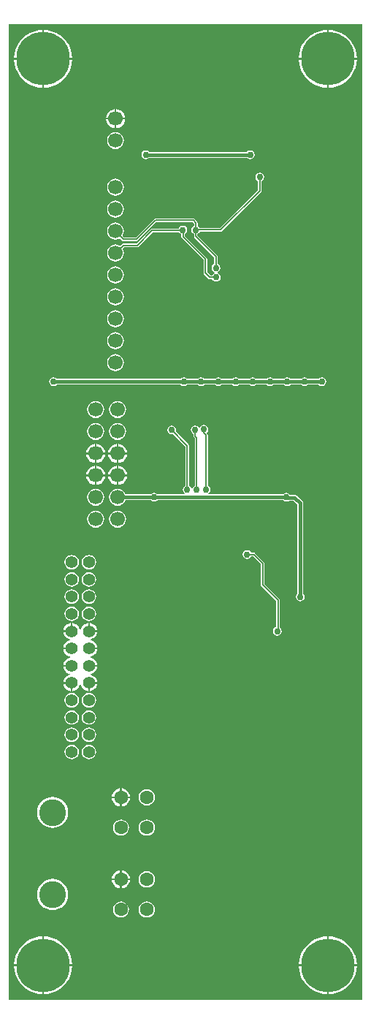
<source format=gbl>
G04*
G04 #@! TF.GenerationSoftware,Altium Limited,Altium Designer,20.2.6 (244)*
G04*
G04 Layer_Physical_Order=2*
G04 Layer_Color=16711680*
%FSLAX25Y25*%
%MOIN*%
G70*
G04*
G04 #@! TF.SameCoordinates,5CDB893B-C90A-4E4D-8252-5211010A0FC4*
G04*
G04*
G04 #@! TF.FilePolarity,Positive*
G04*
G01*
G75*
%ADD48C,0.01600*%
%ADD49C,0.00600*%
%ADD52C,0.06693*%
%ADD53C,0.06299*%
%ADD54C,0.12205*%
%ADD55C,0.05512*%
%ADD56C,0.24410*%
%ADD57C,0.02953*%
G36*
X163315Y2039D02*
X2039D01*
Y446780D01*
X163315D01*
X163315Y2039D01*
D02*
G37*
%LPC*%
G36*
X148038Y444316D02*
Y431502D01*
X160852D01*
X160720Y433174D01*
X160235Y435195D01*
X159440Y437116D01*
X158354Y438888D01*
X157004Y440468D01*
X155423Y441818D01*
X153651Y442904D01*
X151731Y443700D01*
X149710Y444185D01*
X148038Y444316D01*
D02*
G37*
G36*
X147238D02*
X145566Y444185D01*
X143545Y443700D01*
X141624Y442904D01*
X139852Y441818D01*
X138272Y440468D01*
X136922Y438888D01*
X135836Y437116D01*
X135040Y435195D01*
X134555Y433174D01*
X134424Y431502D01*
X147238D01*
Y444316D01*
D02*
G37*
G36*
X18116D02*
Y431502D01*
X30931D01*
X30799Y433174D01*
X30314Y435195D01*
X29518Y437116D01*
X28432Y438888D01*
X27083Y440468D01*
X25502Y441818D01*
X23730Y442904D01*
X21810Y443700D01*
X19789Y444185D01*
X18116Y444316D01*
D02*
G37*
G36*
X17316D02*
X15644Y444185D01*
X13623Y443700D01*
X11703Y442904D01*
X9931Y441818D01*
X8350Y440468D01*
X7001Y438888D01*
X5915Y437116D01*
X5119Y435195D01*
X4634Y433174D01*
X4502Y431502D01*
X17316D01*
Y444316D01*
D02*
G37*
G36*
X160852Y430702D02*
X148038D01*
Y417888D01*
X149710Y418020D01*
X151731Y418505D01*
X153651Y419301D01*
X155423Y420387D01*
X157004Y421736D01*
X158354Y423317D01*
X159440Y425089D01*
X160235Y427009D01*
X160720Y429030D01*
X160852Y430702D01*
D02*
G37*
G36*
X147238D02*
X134424D01*
X134555Y429030D01*
X135040Y427009D01*
X135836Y425089D01*
X136922Y423317D01*
X138272Y421736D01*
X139852Y420387D01*
X141624Y419301D01*
X143545Y418505D01*
X145566Y418020D01*
X147238Y417888D01*
Y430702D01*
D02*
G37*
G36*
X30931D02*
X18116D01*
Y417888D01*
X19789Y418020D01*
X21810Y418505D01*
X23730Y419301D01*
X25502Y420387D01*
X27083Y421736D01*
X28432Y423317D01*
X29518Y425089D01*
X30314Y427009D01*
X30799Y429030D01*
X30931Y430702D01*
D02*
G37*
G36*
X17316D02*
X4502D01*
X4634Y429030D01*
X5119Y427009D01*
X5915Y425089D01*
X7001Y423317D01*
X8350Y421736D01*
X9931Y420387D01*
X11703Y419301D01*
X13623Y418505D01*
X15644Y418020D01*
X17316Y417888D01*
Y430702D01*
D02*
G37*
G36*
X51148Y408150D02*
Y404219D01*
X55079D01*
X54983Y404953D01*
X54545Y406011D01*
X53848Y406919D01*
X52940Y407616D01*
X51883Y408053D01*
X51148Y408150D01*
D02*
G37*
G36*
X50348D02*
X49613Y408053D01*
X48556Y407616D01*
X47648Y406919D01*
X46951Y406011D01*
X46514Y404953D01*
X46417Y404219D01*
X50348D01*
Y408150D01*
D02*
G37*
G36*
X55079Y403419D02*
X51148D01*
Y399488D01*
X51883Y399584D01*
X52940Y400022D01*
X53848Y400719D01*
X54545Y401627D01*
X54983Y402684D01*
X55079Y403419D01*
D02*
G37*
G36*
X50348D02*
X46417D01*
X46514Y402684D01*
X46951Y401627D01*
X47648Y400719D01*
X48556Y400022D01*
X49613Y399584D01*
X50348Y399488D01*
Y403419D01*
D02*
G37*
G36*
X50748Y397698D02*
X49744Y397566D01*
X48808Y397179D01*
X48005Y396562D01*
X47388Y395759D01*
X47001Y394823D01*
X46868Y393819D01*
X47001Y392815D01*
X47388Y391879D01*
X48005Y391076D01*
X48808Y390459D01*
X49744Y390072D01*
X50748Y389939D01*
X51752Y390072D01*
X52688Y390459D01*
X53491Y391076D01*
X54108Y391879D01*
X54496Y392815D01*
X54628Y393819D01*
X54496Y394823D01*
X54108Y395759D01*
X53491Y396562D01*
X52688Y397179D01*
X51752Y397566D01*
X50748Y397698D01*
D02*
G37*
G36*
X64567Y389417D02*
X63796Y389263D01*
X63142Y388826D01*
X62705Y388173D01*
X62552Y387402D01*
X62705Y386631D01*
X63142Y385977D01*
X63796Y385540D01*
X64567Y385386D01*
X65338Y385540D01*
X65992Y385977D01*
X66058Y386076D01*
X110713D01*
X110780Y385977D01*
X111434Y385540D01*
X112205Y385386D01*
X112976Y385540D01*
X113630Y385977D01*
X114066Y386630D01*
X114220Y387402D01*
X114066Y388173D01*
X113630Y388826D01*
X112976Y389263D01*
X112205Y389417D01*
X111434Y389263D01*
X110780Y388826D01*
X110713Y388727D01*
X66058D01*
X65992Y388826D01*
X65338Y389263D01*
X64567Y389417D01*
D02*
G37*
G36*
X50748Y376439D02*
X49744Y376307D01*
X48808Y375919D01*
X48005Y375302D01*
X47388Y374499D01*
X47001Y373563D01*
X46868Y372559D01*
X47001Y371555D01*
X47388Y370619D01*
X48005Y369816D01*
X48808Y369199D01*
X49744Y368812D01*
X50748Y368679D01*
X51752Y368812D01*
X52688Y369199D01*
X53491Y369816D01*
X54108Y370619D01*
X54496Y371555D01*
X54628Y372559D01*
X54496Y373563D01*
X54108Y374499D01*
X53491Y375302D01*
X52688Y375919D01*
X51752Y376307D01*
X50748Y376439D01*
D02*
G37*
G36*
Y366439D02*
X49744Y366306D01*
X48808Y365919D01*
X48005Y365302D01*
X47388Y364499D01*
X47001Y363563D01*
X46868Y362559D01*
X47001Y361555D01*
X47388Y360619D01*
X48005Y359816D01*
X48808Y359199D01*
X49744Y358812D01*
X50748Y358679D01*
X51752Y358812D01*
X52688Y359199D01*
X53491Y359816D01*
X54108Y360619D01*
X54496Y361555D01*
X54628Y362559D01*
X54496Y363563D01*
X54108Y364499D01*
X53491Y365302D01*
X52688Y365919D01*
X51752Y366306D01*
X50748Y366439D01*
D02*
G37*
G36*
X116535Y379181D02*
X115764Y379027D01*
X115111Y378590D01*
X114674Y377937D01*
X114520Y377165D01*
X114674Y376394D01*
X115111Y375741D01*
X115720Y375333D01*
Y371204D01*
X98481Y353965D01*
X89076D01*
X88748Y354456D01*
X88217Y354811D01*
Y356299D01*
X88217Y356299D01*
X88155Y356611D01*
X87978Y356876D01*
X87978Y356876D01*
X86797Y358057D01*
X86533Y358234D01*
X86221Y358296D01*
X86220Y358296D01*
X68898D01*
X68585Y358234D01*
X68321Y358057D01*
X68321Y358057D01*
X59898Y349635D01*
X54669D01*
X53924Y350379D01*
X54108Y350619D01*
X54496Y351555D01*
X54628Y352559D01*
X54496Y353563D01*
X54108Y354499D01*
X53491Y355302D01*
X52688Y355919D01*
X51752Y356307D01*
X50748Y356439D01*
X49744Y356307D01*
X48808Y355919D01*
X48005Y355302D01*
X47388Y354499D01*
X47001Y353563D01*
X46868Y352559D01*
X47001Y351555D01*
X47388Y350619D01*
X48005Y349816D01*
X48808Y349199D01*
X49744Y348812D01*
X50748Y348679D01*
X51752Y348812D01*
X52688Y349199D01*
X52750Y349247D01*
X53754Y348242D01*
X53754Y348242D01*
X54019Y348065D01*
X54331Y348003D01*
X60236D01*
X60236Y348003D01*
X60548Y348065D01*
X60813Y348242D01*
X69235Y356665D01*
X85883D01*
X86586Y355961D01*
Y354900D01*
X86552Y354893D01*
X85898Y354456D01*
X85461Y353803D01*
X85308Y353031D01*
X85461Y352260D01*
X85898Y351607D01*
X86507Y351200D01*
Y350236D01*
X86507Y350236D01*
X86569Y349924D01*
X86746Y349659D01*
X95739Y340666D01*
Y337560D01*
X95130Y337153D01*
X94693Y336500D01*
X94540Y335728D01*
X94693Y334957D01*
X95130Y334303D01*
X95784Y333867D01*
X95831Y333857D01*
X95873Y333446D01*
X95859Y333342D01*
X95229Y332921D01*
X94822Y332312D01*
X94039D01*
X92509Y333842D01*
Y339803D01*
X92447Y340115D01*
X92270Y340380D01*
X92270Y340380D01*
X82444Y350206D01*
Y351341D01*
X82842Y351607D01*
X83279Y352260D01*
X83432Y353031D01*
X83279Y353803D01*
X82842Y354456D01*
X82188Y354893D01*
X81417Y355047D01*
X80646Y354893D01*
X79992Y354456D01*
X79556Y353803D01*
X79510Y353572D01*
X67323D01*
X67011Y353509D01*
X66746Y353333D01*
X66746Y353333D01*
X60292Y346879D01*
X54252D01*
X54252Y346879D01*
X53940Y346817D01*
X53675Y346640D01*
X52839Y345803D01*
X52688Y345919D01*
X51752Y346306D01*
X50748Y346439D01*
X49744Y346306D01*
X48808Y345919D01*
X48005Y345302D01*
X47388Y344499D01*
X47001Y343563D01*
X46868Y342559D01*
X47001Y341555D01*
X47388Y340619D01*
X48005Y339816D01*
X48808Y339199D01*
X49744Y338812D01*
X50748Y338679D01*
X51752Y338812D01*
X52688Y339199D01*
X53491Y339816D01*
X54108Y340619D01*
X54496Y341555D01*
X54628Y342559D01*
X54496Y343563D01*
X54108Y344499D01*
X53992Y344650D01*
X54590Y345247D01*
X60630D01*
X60630Y345247D01*
X60942Y345309D01*
X61207Y345486D01*
X67661Y351940D01*
X79769D01*
X79992Y351607D01*
X80646Y351170D01*
X80813Y351137D01*
Y349868D01*
X80813Y349868D01*
X80875Y349556D01*
X81052Y349291D01*
X90877Y339465D01*
Y333504D01*
X90877Y333504D01*
X90939Y333192D01*
X91116Y332927D01*
X93124Y330919D01*
X93124Y330919D01*
X93389Y330743D01*
X93701Y330680D01*
X93701Y330680D01*
X94822D01*
X95229Y330071D01*
X95882Y329634D01*
X96653Y329481D01*
X97425Y329634D01*
X98078Y330071D01*
X98515Y330725D01*
X98669Y331496D01*
X98515Y332267D01*
X98078Y332921D01*
X97425Y333358D01*
X97378Y333367D01*
X97335Y333779D01*
X97350Y333882D01*
X97980Y334303D01*
X98417Y334957D01*
X98570Y335728D01*
X98417Y336500D01*
X97980Y337153D01*
X97371Y337560D01*
Y341004D01*
X97309Y341316D01*
X97132Y341581D01*
X97132Y341581D01*
X88139Y350574D01*
Y351200D01*
X88748Y351607D01*
X89185Y352260D01*
X89199Y352334D01*
X98819D01*
X98819Y352334D01*
X99131Y352396D01*
X99396Y352573D01*
X117112Y370289D01*
X117112Y370289D01*
X117289Y370554D01*
X117351Y370866D01*
X117351Y370866D01*
Y375333D01*
X117960Y375741D01*
X118397Y376394D01*
X118551Y377165D01*
X118397Y377937D01*
X117960Y378590D01*
X117307Y379027D01*
X116535Y379181D01*
D02*
G37*
G36*
X50748Y336439D02*
X49744Y336307D01*
X48808Y335919D01*
X48005Y335302D01*
X47388Y334499D01*
X47001Y333563D01*
X46868Y332559D01*
X47001Y331555D01*
X47388Y330619D01*
X48005Y329816D01*
X48808Y329199D01*
X49744Y328812D01*
X50748Y328679D01*
X51752Y328812D01*
X52688Y329199D01*
X53491Y329816D01*
X54108Y330619D01*
X54496Y331555D01*
X54628Y332559D01*
X54496Y333563D01*
X54108Y334499D01*
X53491Y335302D01*
X52688Y335919D01*
X51752Y336307D01*
X50748Y336439D01*
D02*
G37*
G36*
Y326439D02*
X49744Y326307D01*
X48808Y325919D01*
X48005Y325302D01*
X47388Y324499D01*
X47001Y323563D01*
X46868Y322559D01*
X47001Y321555D01*
X47388Y320619D01*
X48005Y319816D01*
X48808Y319199D01*
X49744Y318812D01*
X50748Y318679D01*
X51752Y318812D01*
X52688Y319199D01*
X53491Y319816D01*
X54108Y320619D01*
X54496Y321555D01*
X54628Y322559D01*
X54496Y323563D01*
X54108Y324499D01*
X53491Y325302D01*
X52688Y325919D01*
X51752Y326307D01*
X50748Y326439D01*
D02*
G37*
G36*
Y316439D02*
X49744Y316306D01*
X48808Y315919D01*
X48005Y315302D01*
X47388Y314499D01*
X47001Y313563D01*
X46868Y312559D01*
X47001Y311555D01*
X47388Y310619D01*
X48005Y309816D01*
X48808Y309199D01*
X49744Y308812D01*
X50748Y308679D01*
X51752Y308812D01*
X52688Y309199D01*
X53491Y309816D01*
X54108Y310619D01*
X54496Y311555D01*
X54628Y312559D01*
X54496Y313563D01*
X54108Y314499D01*
X53491Y315302D01*
X52688Y315919D01*
X51752Y316306D01*
X50748Y316439D01*
D02*
G37*
G36*
Y306439D02*
X49744Y306307D01*
X48808Y305919D01*
X48005Y305302D01*
X47388Y304499D01*
X47001Y303563D01*
X46868Y302559D01*
X47001Y301555D01*
X47388Y300619D01*
X48005Y299816D01*
X48808Y299199D01*
X49744Y298812D01*
X50748Y298679D01*
X51752Y298812D01*
X52688Y299199D01*
X53491Y299816D01*
X54108Y300619D01*
X54496Y301555D01*
X54628Y302559D01*
X54496Y303563D01*
X54108Y304499D01*
X53491Y305302D01*
X52688Y305919D01*
X51752Y306307D01*
X50748Y306439D01*
D02*
G37*
G36*
Y296439D02*
X49744Y296306D01*
X48808Y295919D01*
X48005Y295302D01*
X47388Y294499D01*
X47001Y293563D01*
X46868Y292559D01*
X47001Y291555D01*
X47388Y290619D01*
X48005Y289816D01*
X48808Y289199D01*
X49744Y288812D01*
X50748Y288679D01*
X51752Y288812D01*
X52688Y289199D01*
X53491Y289816D01*
X54108Y290619D01*
X54496Y291555D01*
X54628Y292559D01*
X54496Y293563D01*
X54108Y294499D01*
X53491Y295302D01*
X52688Y295919D01*
X51752Y296306D01*
X50748Y296439D01*
D02*
G37*
G36*
X144882Y285873D02*
X144111Y285720D01*
X143457Y285283D01*
X143391Y285184D01*
X138499D01*
X138433Y285283D01*
X137779Y285720D01*
X137008Y285873D01*
X136237Y285720D01*
X135583Y285283D01*
X135517Y285184D01*
X130625D01*
X130559Y285283D01*
X129905Y285720D01*
X129134Y285873D01*
X128363Y285720D01*
X127709Y285283D01*
X127643Y285184D01*
X122751D01*
X122685Y285283D01*
X122031Y285720D01*
X121260Y285873D01*
X120489Y285720D01*
X119835Y285283D01*
X119769Y285184D01*
X114877D01*
X114811Y285283D01*
X114157Y285720D01*
X113386Y285873D01*
X112615Y285720D01*
X111961Y285283D01*
X111895Y285184D01*
X107003D01*
X106937Y285283D01*
X106283Y285720D01*
X105512Y285873D01*
X104741Y285720D01*
X104087Y285283D01*
X104021Y285184D01*
X99129D01*
X99063Y285283D01*
X98409Y285720D01*
X97638Y285873D01*
X96867Y285720D01*
X96213Y285283D01*
X96147Y285184D01*
X91255D01*
X91189Y285283D01*
X90535Y285720D01*
X89764Y285873D01*
X88993Y285720D01*
X88339Y285283D01*
X88273Y285184D01*
X83381D01*
X83315Y285283D01*
X82661Y285720D01*
X81890Y285873D01*
X81119Y285720D01*
X80465Y285283D01*
X80398Y285184D01*
X23932D01*
X23866Y285283D01*
X23212Y285720D01*
X22441Y285873D01*
X21670Y285720D01*
X21016Y285283D01*
X20579Y284629D01*
X20426Y283858D01*
X20579Y283087D01*
X21016Y282433D01*
X21670Y281997D01*
X22441Y281843D01*
X23212Y281997D01*
X23866Y282433D01*
X23932Y282533D01*
X80398D01*
X80465Y282433D01*
X81119Y281997D01*
X81890Y281843D01*
X82661Y281997D01*
X83315Y282433D01*
X83381Y282533D01*
X88273D01*
X88339Y282433D01*
X88993Y281997D01*
X89764Y281843D01*
X90535Y281997D01*
X91189Y282433D01*
X91255Y282533D01*
X96147D01*
X96213Y282433D01*
X96867Y281997D01*
X97638Y281843D01*
X98409Y281997D01*
X99063Y282433D01*
X99129Y282533D01*
X104021D01*
X104087Y282433D01*
X104741Y281997D01*
X105512Y281843D01*
X106283Y281997D01*
X106937Y282433D01*
X107003Y282533D01*
X111895D01*
X111961Y282433D01*
X112615Y281997D01*
X113386Y281843D01*
X114157Y281997D01*
X114811Y282433D01*
X114877Y282533D01*
X119769D01*
X119835Y282433D01*
X120489Y281997D01*
X121260Y281843D01*
X122031Y281997D01*
X122685Y282433D01*
X122751Y282533D01*
X127643D01*
X127709Y282433D01*
X128363Y281997D01*
X129134Y281843D01*
X129905Y281997D01*
X130559Y282433D01*
X130625Y282533D01*
X135517D01*
X135583Y282433D01*
X136237Y281997D01*
X137008Y281843D01*
X137779Y281997D01*
X138433Y282433D01*
X138499Y282533D01*
X143391D01*
X143457Y282433D01*
X144111Y281997D01*
X144882Y281843D01*
X145653Y281997D01*
X146307Y282433D01*
X146744Y283087D01*
X146897Y283858D01*
X146744Y284629D01*
X146307Y285283D01*
X145653Y285720D01*
X144882Y285873D01*
D02*
G37*
G36*
X51653Y275021D02*
X50649Y274889D01*
X49714Y274502D01*
X48910Y273885D01*
X48294Y273082D01*
X47906Y272146D01*
X47774Y271142D01*
X47906Y270138D01*
X48294Y269202D01*
X48910Y268398D01*
X49714Y267782D01*
X50649Y267394D01*
X51653Y267262D01*
X52658Y267394D01*
X53593Y267782D01*
X54397Y268398D01*
X55013Y269202D01*
X55401Y270138D01*
X55533Y271142D01*
X55401Y272146D01*
X55013Y273082D01*
X54397Y273885D01*
X53593Y274502D01*
X52658Y274889D01*
X51653Y275021D01*
D02*
G37*
G36*
X41653D02*
X40649Y274889D01*
X39714Y274502D01*
X38910Y273885D01*
X38294Y273082D01*
X37906Y272146D01*
X37774Y271142D01*
X37906Y270138D01*
X38294Y269202D01*
X38910Y268398D01*
X39714Y267782D01*
X40649Y267394D01*
X41653Y267262D01*
X42658Y267394D01*
X43593Y267782D01*
X44397Y268398D01*
X45013Y269202D01*
X45401Y270138D01*
X45533Y271142D01*
X45401Y272146D01*
X45013Y273082D01*
X44397Y273885D01*
X43593Y274502D01*
X42658Y274889D01*
X41653Y275021D01*
D02*
G37*
G36*
X91063Y264102D02*
X90292Y263948D01*
X89638Y263511D01*
X89310Y263020D01*
X88811Y262964D01*
X88731Y262985D01*
X88511Y263314D01*
X87858Y263751D01*
X87086Y263904D01*
X86315Y263751D01*
X85662Y263314D01*
X85225Y262660D01*
X85071Y261889D01*
X85225Y261118D01*
X85662Y260464D01*
X86271Y260057D01*
Y259016D01*
X86271Y259016D01*
X86333Y258704D01*
X86510Y258439D01*
X86980Y257969D01*
Y236478D01*
X86370Y236071D01*
X85934Y235417D01*
X85885Y235172D01*
X85375D01*
X85326Y235417D01*
X84890Y236071D01*
X84280Y236478D01*
Y254724D01*
X84218Y255036D01*
X84041Y255301D01*
X84041Y255301D01*
X78250Y261092D01*
X78393Y261811D01*
X78240Y262582D01*
X77803Y263236D01*
X77149Y263673D01*
X76378Y263826D01*
X75607Y263673D01*
X74953Y263236D01*
X74516Y262582D01*
X74363Y261811D01*
X74516Y261040D01*
X74953Y260386D01*
X75607Y259949D01*
X76378Y259796D01*
X77097Y259939D01*
X82649Y254386D01*
Y236478D01*
X82040Y236071D01*
X81603Y235417D01*
X81450Y234646D01*
X81603Y233875D01*
X82040Y233221D01*
X82478Y232928D01*
X82326Y232428D01*
X69877D01*
X69811Y232527D01*
X69157Y232964D01*
X68386Y233118D01*
X67615Y232964D01*
X66961Y232527D01*
X66895Y232428D01*
X55284D01*
X55013Y233082D01*
X54397Y233885D01*
X53593Y234502D01*
X52658Y234889D01*
X51653Y235021D01*
X50649Y234889D01*
X49714Y234502D01*
X48910Y233885D01*
X48294Y233082D01*
X47906Y232146D01*
X47774Y231142D01*
X47906Y230138D01*
X48294Y229202D01*
X48910Y228398D01*
X49714Y227782D01*
X50649Y227394D01*
X51653Y227262D01*
X52658Y227394D01*
X53593Y227782D01*
X54397Y228398D01*
X55013Y229202D01*
X55252Y229777D01*
X66895D01*
X66961Y229678D01*
X67615Y229241D01*
X68386Y229087D01*
X69157Y229241D01*
X69811Y229678D01*
X69877Y229777D01*
X127249D01*
X127315Y229678D01*
X127969Y229241D01*
X128740Y229087D01*
X129511Y229241D01*
X130165Y229678D01*
X130205Y229737D01*
X131931D01*
X133714Y227955D01*
Y187239D01*
X133615Y187173D01*
X133178Y186519D01*
X133024Y185748D01*
X133178Y184977D01*
X133615Y184323D01*
X134268Y183886D01*
X135039Y183733D01*
X135810Y183886D01*
X136464Y184323D01*
X136901Y184977D01*
X137055Y185748D01*
X136901Y186519D01*
X136464Y187173D01*
X136365Y187239D01*
Y228504D01*
X136264Y229011D01*
X135977Y229441D01*
X133418Y232000D01*
X132988Y232288D01*
X132480Y232388D01*
X130258D01*
X130165Y232527D01*
X129511Y232964D01*
X128740Y233118D01*
X127969Y232964D01*
X127315Y232527D01*
X127249Y232428D01*
X93244D01*
X93092Y232928D01*
X93530Y233221D01*
X93967Y233875D01*
X94121Y234646D01*
X93967Y235417D01*
X93530Y236071D01*
X92921Y236478D01*
Y259428D01*
X92921Y259428D01*
X92859Y259740D01*
X92682Y260005D01*
X92682Y260005D01*
X92446Y260241D01*
X92488Y260662D01*
X92925Y261315D01*
X93078Y262087D01*
X92925Y262858D01*
X92488Y263511D01*
X91834Y263948D01*
X91063Y264102D01*
D02*
G37*
G36*
X51653Y265021D02*
X50649Y264889D01*
X49714Y264502D01*
X48910Y263885D01*
X48294Y263082D01*
X47906Y262146D01*
X47774Y261142D01*
X47906Y260138D01*
X48294Y259202D01*
X48910Y258398D01*
X49714Y257782D01*
X50649Y257394D01*
X51653Y257262D01*
X52658Y257394D01*
X53593Y257782D01*
X54397Y258398D01*
X55013Y259202D01*
X55401Y260138D01*
X55533Y261142D01*
X55401Y262146D01*
X55013Y263082D01*
X54397Y263885D01*
X53593Y264502D01*
X52658Y264889D01*
X51653Y265021D01*
D02*
G37*
G36*
X41653D02*
X40649Y264889D01*
X39714Y264502D01*
X38910Y263885D01*
X38294Y263082D01*
X37906Y262146D01*
X37774Y261142D01*
X37906Y260138D01*
X38294Y259202D01*
X38910Y258398D01*
X39714Y257782D01*
X40649Y257394D01*
X41653Y257262D01*
X42658Y257394D01*
X43593Y257782D01*
X44397Y258398D01*
X45013Y259202D01*
X45401Y260138D01*
X45533Y261142D01*
X45401Y262146D01*
X45013Y263082D01*
X44397Y263885D01*
X43593Y264502D01*
X42658Y264889D01*
X41653Y265021D01*
D02*
G37*
G36*
X52053Y255473D02*
Y251542D01*
X55985D01*
X55888Y252276D01*
X55450Y253334D01*
X54754Y254242D01*
X53846Y254938D01*
X52788Y255376D01*
X52053Y255473D01*
D02*
G37*
G36*
X42054D02*
Y251542D01*
X45985D01*
X45888Y252276D01*
X45450Y253334D01*
X44754Y254242D01*
X43845Y254938D01*
X42788Y255376D01*
X42054Y255473D01*
D02*
G37*
G36*
X41254D02*
X40519Y255376D01*
X39462Y254938D01*
X38554Y254242D01*
X37857Y253334D01*
X37419Y252276D01*
X37322Y251542D01*
X41254D01*
Y255473D01*
D02*
G37*
G36*
X51253D02*
X50519Y255376D01*
X49462Y254938D01*
X48554Y254242D01*
X47857Y253334D01*
X47419Y252276D01*
X47322Y251542D01*
X51253D01*
Y255473D01*
D02*
G37*
G36*
X55985Y250742D02*
X52053D01*
Y246810D01*
X52788Y246907D01*
X53846Y247345D01*
X54754Y248042D01*
X55450Y248950D01*
X55888Y250007D01*
X55985Y250742D01*
D02*
G37*
G36*
X45985D02*
X42054D01*
Y246810D01*
X42788Y246907D01*
X43845Y247345D01*
X44754Y248042D01*
X45450Y248950D01*
X45888Y250007D01*
X45985Y250742D01*
D02*
G37*
G36*
X51253D02*
X47322D01*
X47419Y250007D01*
X47857Y248950D01*
X48554Y248042D01*
X49462Y247345D01*
X50519Y246907D01*
X51253Y246810D01*
Y250742D01*
D02*
G37*
G36*
X41254D02*
X37322D01*
X37419Y250007D01*
X37857Y248950D01*
X38554Y248042D01*
X39462Y247345D01*
X40519Y246907D01*
X41254Y246810D01*
Y250742D01*
D02*
G37*
G36*
X52053Y245473D02*
Y241542D01*
X55985D01*
X55888Y242276D01*
X55450Y243334D01*
X54754Y244242D01*
X53846Y244938D01*
X52788Y245376D01*
X52053Y245473D01*
D02*
G37*
G36*
X42054D02*
Y241542D01*
X45985D01*
X45888Y242276D01*
X45450Y243334D01*
X44754Y244242D01*
X43845Y244938D01*
X42788Y245376D01*
X42054Y245473D01*
D02*
G37*
G36*
X41254D02*
X40519Y245376D01*
X39462Y244938D01*
X38554Y244242D01*
X37857Y243334D01*
X37419Y242276D01*
X37322Y241542D01*
X41254D01*
Y245473D01*
D02*
G37*
G36*
X51253D02*
X50519Y245376D01*
X49462Y244938D01*
X48554Y244242D01*
X47857Y243334D01*
X47419Y242276D01*
X47322Y241542D01*
X51253D01*
Y245473D01*
D02*
G37*
G36*
X55985Y240742D02*
X52053D01*
Y236810D01*
X52788Y236907D01*
X53846Y237345D01*
X54754Y238042D01*
X55450Y238950D01*
X55888Y240007D01*
X55985Y240742D01*
D02*
G37*
G36*
X45985D02*
X42054D01*
Y236810D01*
X42788Y236907D01*
X43845Y237345D01*
X44754Y238042D01*
X45450Y238950D01*
X45888Y240007D01*
X45985Y240742D01*
D02*
G37*
G36*
X51253D02*
X47322D01*
X47419Y240007D01*
X47857Y238950D01*
X48554Y238042D01*
X49462Y237345D01*
X50519Y236907D01*
X51253Y236810D01*
Y240742D01*
D02*
G37*
G36*
X41254D02*
X37322D01*
X37419Y240007D01*
X37857Y238950D01*
X38554Y238042D01*
X39462Y237345D01*
X40519Y236907D01*
X41254Y236810D01*
Y240742D01*
D02*
G37*
G36*
X41653Y235021D02*
X40649Y234889D01*
X39714Y234502D01*
X38910Y233885D01*
X38294Y233082D01*
X37906Y232146D01*
X37774Y231142D01*
X37906Y230138D01*
X38294Y229202D01*
X38910Y228398D01*
X39714Y227782D01*
X40649Y227394D01*
X41653Y227262D01*
X42658Y227394D01*
X43593Y227782D01*
X44397Y228398D01*
X45013Y229202D01*
X45401Y230138D01*
X45533Y231142D01*
X45401Y232146D01*
X45013Y233082D01*
X44397Y233885D01*
X43593Y234502D01*
X42658Y234889D01*
X41653Y235021D01*
D02*
G37*
G36*
X51653Y225021D02*
X50649Y224889D01*
X49714Y224502D01*
X48910Y223885D01*
X48294Y223082D01*
X47906Y222146D01*
X47774Y221142D01*
X47906Y220138D01*
X48294Y219202D01*
X48910Y218398D01*
X49714Y217782D01*
X50649Y217394D01*
X51653Y217262D01*
X52658Y217394D01*
X53593Y217782D01*
X54397Y218398D01*
X55013Y219202D01*
X55401Y220138D01*
X55533Y221142D01*
X55401Y222146D01*
X55013Y223082D01*
X54397Y223885D01*
X53593Y224502D01*
X52658Y224889D01*
X51653Y225021D01*
D02*
G37*
G36*
X41653D02*
X40649Y224889D01*
X39714Y224502D01*
X38910Y223885D01*
X38294Y223082D01*
X37906Y222146D01*
X37774Y221142D01*
X37906Y220138D01*
X38294Y219202D01*
X38910Y218398D01*
X39714Y217782D01*
X40649Y217394D01*
X41653Y217262D01*
X42658Y217394D01*
X43593Y217782D01*
X44397Y218398D01*
X45013Y219202D01*
X45401Y220138D01*
X45533Y221142D01*
X45401Y222146D01*
X45013Y223082D01*
X44397Y223885D01*
X43593Y224502D01*
X42658Y224889D01*
X41653Y225021D01*
D02*
G37*
G36*
X30709Y204859D02*
X29859Y204747D01*
X29067Y204419D01*
X28387Y203897D01*
X27865Y203217D01*
X27537Y202425D01*
X27425Y201575D01*
X27537Y200725D01*
X27865Y199933D01*
X28387Y199253D01*
X29067Y198731D01*
X29859Y198403D01*
X30709Y198291D01*
X31559Y198403D01*
X32351Y198731D01*
X33031Y199253D01*
X33553Y199933D01*
X33881Y200725D01*
X33993Y201575D01*
X33881Y202425D01*
X33553Y203217D01*
X33031Y203897D01*
X32351Y204419D01*
X31559Y204747D01*
X30709Y204859D01*
D02*
G37*
G36*
X38583Y204859D02*
X37733Y204747D01*
X36941Y204419D01*
X36261Y203897D01*
X35739Y203217D01*
X35411Y202425D01*
X35299Y201575D01*
X35411Y200725D01*
X35739Y199933D01*
X36261Y199253D01*
X36941Y198731D01*
X37733Y198403D01*
X38583Y198291D01*
X39433Y198403D01*
X40225Y198731D01*
X40905Y199253D01*
X41427Y199933D01*
X41755Y200725D01*
X41867Y201575D01*
X41755Y202425D01*
X41427Y203217D01*
X40905Y203897D01*
X40225Y204419D01*
X39433Y204747D01*
X38583Y204859D01*
D02*
G37*
G36*
X30709Y196985D02*
X29859Y196873D01*
X29067Y196545D01*
X28387Y196023D01*
X27865Y195343D01*
X27537Y194551D01*
X27425Y193701D01*
X27537Y192851D01*
X27865Y192059D01*
X28387Y191379D01*
X29067Y190857D01*
X29859Y190529D01*
X30709Y190417D01*
X31559Y190529D01*
X32351Y190857D01*
X33031Y191379D01*
X33553Y192059D01*
X33881Y192851D01*
X33993Y193701D01*
X33881Y194551D01*
X33553Y195343D01*
X33031Y196023D01*
X32351Y196545D01*
X31559Y196873D01*
X30709Y196985D01*
D02*
G37*
G36*
X38583Y196985D02*
X37733Y196873D01*
X36941Y196545D01*
X36261Y196023D01*
X35739Y195343D01*
X35411Y194551D01*
X35299Y193701D01*
X35411Y192851D01*
X35739Y192059D01*
X36261Y191379D01*
X36941Y190857D01*
X37733Y190529D01*
X38583Y190417D01*
X39433Y190529D01*
X40225Y190857D01*
X40905Y191379D01*
X41427Y192059D01*
X41755Y192851D01*
X41867Y193701D01*
X41755Y194551D01*
X41427Y195343D01*
X40905Y196023D01*
X40225Y196545D01*
X39433Y196873D01*
X38583Y196985D01*
D02*
G37*
G36*
X30709Y189111D02*
X29859Y188999D01*
X29067Y188671D01*
X28387Y188149D01*
X27865Y187469D01*
X27537Y186677D01*
X27425Y185827D01*
X27537Y184977D01*
X27865Y184185D01*
X28387Y183505D01*
X29067Y182983D01*
X29859Y182655D01*
X30709Y182543D01*
X31559Y182655D01*
X32351Y182983D01*
X33031Y183505D01*
X33553Y184185D01*
X33881Y184977D01*
X33993Y185827D01*
X33881Y186677D01*
X33553Y187469D01*
X33031Y188149D01*
X32351Y188671D01*
X31559Y188999D01*
X30709Y189111D01*
D02*
G37*
G36*
X38583Y189111D02*
X37733Y188999D01*
X36941Y188671D01*
X36261Y188149D01*
X35739Y187469D01*
X35411Y186677D01*
X35299Y185827D01*
X35411Y184977D01*
X35739Y184185D01*
X36261Y183505D01*
X36941Y182983D01*
X37733Y182655D01*
X38583Y182543D01*
X39433Y182655D01*
X40225Y182983D01*
X40905Y183505D01*
X41427Y184185D01*
X41755Y184977D01*
X41867Y185827D01*
X41755Y186677D01*
X41427Y187469D01*
X40905Y188149D01*
X40225Y188671D01*
X39433Y188999D01*
X38583Y189111D01*
D02*
G37*
G36*
Y181237D02*
X37733Y181125D01*
X36941Y180797D01*
X36261Y180275D01*
X35739Y179595D01*
X35411Y178803D01*
X35299Y177953D01*
X35411Y177103D01*
X35739Y176311D01*
X36261Y175631D01*
X36941Y175109D01*
X37733Y174781D01*
X38583Y174669D01*
X39433Y174781D01*
X40225Y175109D01*
X40905Y175631D01*
X41427Y176311D01*
X41755Y177103D01*
X41867Y177953D01*
X41755Y178803D01*
X41427Y179595D01*
X40905Y180275D01*
X40225Y180797D01*
X39433Y181125D01*
X38583Y181237D01*
D02*
G37*
G36*
X30709D02*
X29859Y181125D01*
X29067Y180797D01*
X28387Y180275D01*
X27865Y179595D01*
X27537Y178803D01*
X27425Y177953D01*
X27537Y177103D01*
X27865Y176311D01*
X28387Y175631D01*
X29067Y175109D01*
X29859Y174781D01*
X30709Y174669D01*
X31559Y174781D01*
X32351Y175109D01*
X33031Y175631D01*
X33553Y176311D01*
X33881Y177103D01*
X33993Y177953D01*
X33881Y178803D01*
X33553Y179595D01*
X33031Y180275D01*
X32351Y180797D01*
X31559Y181125D01*
X30709Y181237D01*
D02*
G37*
G36*
X30309Y173814D02*
X29728Y173738D01*
X28815Y173360D01*
X28030Y172757D01*
X27428Y171973D01*
X27049Y171059D01*
X26973Y170479D01*
X30309D01*
Y173814D01*
D02*
G37*
G36*
X38983Y173814D02*
Y170479D01*
X42318D01*
X42242Y171059D01*
X41864Y171973D01*
X41261Y172757D01*
X40477Y173360D01*
X39563Y173738D01*
X38983Y173814D01*
D02*
G37*
G36*
X110827Y207054D02*
X110056Y206901D01*
X109402Y206464D01*
X108965Y205810D01*
X108812Y205039D01*
X108965Y204268D01*
X109402Y203614D01*
X110056Y203178D01*
X110827Y203024D01*
X111598Y203178D01*
X112252Y203614D01*
X112659Y204224D01*
X113560D01*
X117098Y200686D01*
Y191299D01*
X117098Y191299D01*
X117160Y190987D01*
X117337Y190722D01*
X124024Y184035D01*
Y171947D01*
X123796Y171901D01*
X123142Y171464D01*
X122705Y170810D01*
X122552Y170039D01*
X122705Y169268D01*
X123142Y168614D01*
X123796Y168178D01*
X124567Y168024D01*
X125338Y168178D01*
X125992Y168614D01*
X126429Y169268D01*
X126582Y170039D01*
X126429Y170810D01*
X125992Y171464D01*
X125655Y171689D01*
Y184373D01*
X125655Y184373D01*
X125593Y184685D01*
X125417Y184950D01*
X125417Y184950D01*
X118729Y191637D01*
Y201024D01*
X118729Y201024D01*
X118667Y201336D01*
X118490Y201600D01*
X118490Y201600D01*
X114474Y205616D01*
X114210Y205793D01*
X113898Y205855D01*
X113898Y205855D01*
X112659D01*
X112252Y206464D01*
X111598Y206901D01*
X110827Y207054D01*
D02*
G37*
G36*
X30309Y146057D02*
X26973D01*
X27049Y145476D01*
X27428Y144562D01*
X28030Y143778D01*
X28815Y143176D01*
X29728Y142798D01*
X30309Y142721D01*
Y146057D01*
D02*
G37*
G36*
X31109Y173814D02*
Y170079D01*
X30709D01*
Y169679D01*
X26973D01*
X27049Y169098D01*
X27428Y168185D01*
X28030Y167400D01*
X28815Y166798D01*
X29728Y166419D01*
X29923Y166394D01*
Y165890D01*
X29728Y165864D01*
X28815Y165486D01*
X28030Y164883D01*
X27428Y164099D01*
X27049Y163185D01*
X26973Y162605D01*
X30709D01*
Y161805D01*
X26973D01*
X27049Y161224D01*
X27428Y160311D01*
X28030Y159526D01*
X28815Y158924D01*
X29728Y158545D01*
X29923Y158520D01*
Y158016D01*
X29728Y157990D01*
X28815Y157612D01*
X28030Y157009D01*
X27428Y156225D01*
X27049Y155311D01*
X26973Y154731D01*
X30709D01*
Y153931D01*
X26973D01*
X27049Y153350D01*
X27428Y152437D01*
X28030Y151652D01*
X28815Y151050D01*
X29728Y150672D01*
X29923Y150646D01*
Y150142D01*
X29728Y150116D01*
X28815Y149738D01*
X28030Y149135D01*
X27428Y148351D01*
X27049Y147437D01*
X26973Y146857D01*
X30709D01*
Y146457D01*
X31109D01*
Y142721D01*
X31689Y142798D01*
X32603Y143176D01*
X33387Y143778D01*
X33989Y144562D01*
X34368Y145476D01*
X34394Y145671D01*
X34898D01*
X34923Y145476D01*
X35302Y144562D01*
X35904Y143778D01*
X36689Y143176D01*
X37602Y142798D01*
X38183Y142721D01*
Y146457D01*
X38583D01*
Y146857D01*
X42318D01*
X42242Y147437D01*
X41864Y148351D01*
X41261Y149135D01*
X40477Y149738D01*
X39563Y150116D01*
X39369Y150142D01*
Y150646D01*
X39563Y150672D01*
X40477Y151050D01*
X41261Y151652D01*
X41864Y152437D01*
X42242Y153350D01*
X42318Y153931D01*
X38583D01*
Y154731D01*
X42318D01*
X42242Y155311D01*
X41864Y156225D01*
X41261Y157009D01*
X40477Y157612D01*
X39563Y157990D01*
X39369Y158016D01*
Y158520D01*
X39563Y158545D01*
X40477Y158924D01*
X41261Y159526D01*
X41864Y160311D01*
X42242Y161224D01*
X42318Y161805D01*
X38583D01*
Y162605D01*
X42318D01*
X42242Y163185D01*
X41864Y164099D01*
X41261Y164883D01*
X40477Y165486D01*
X39563Y165864D01*
X39369Y165890D01*
Y166394D01*
X39563Y166419D01*
X40477Y166798D01*
X41261Y167400D01*
X41864Y168185D01*
X42242Y169098D01*
X42318Y169679D01*
X38583D01*
Y170079D01*
X38183D01*
Y173814D01*
X37602Y173738D01*
X36689Y173360D01*
X35904Y172757D01*
X35302Y171973D01*
X34923Y171059D01*
X34898Y170865D01*
X34394D01*
X34368Y171059D01*
X33989Y171973D01*
X33387Y172757D01*
X32603Y173360D01*
X31689Y173738D01*
X31109Y173814D01*
D02*
G37*
G36*
X42318Y146057D02*
X38983D01*
Y142721D01*
X39563Y142798D01*
X40477Y143176D01*
X41261Y143778D01*
X41864Y144562D01*
X42242Y145476D01*
X42318Y146057D01*
D02*
G37*
G36*
X30709Y141867D02*
X29859Y141755D01*
X29067Y141427D01*
X28387Y140905D01*
X27865Y140225D01*
X27537Y139433D01*
X27425Y138583D01*
X27537Y137733D01*
X27865Y136941D01*
X28387Y136260D01*
X29067Y135739D01*
X29859Y135411D01*
X30709Y135299D01*
X31559Y135411D01*
X32351Y135739D01*
X33031Y136260D01*
X33553Y136941D01*
X33881Y137733D01*
X33993Y138583D01*
X33881Y139433D01*
X33553Y140225D01*
X33031Y140905D01*
X32351Y141427D01*
X31559Y141755D01*
X30709Y141867D01*
D02*
G37*
G36*
X38583Y141867D02*
X37733Y141755D01*
X36941Y141427D01*
X36261Y140905D01*
X35739Y140225D01*
X35411Y139433D01*
X35299Y138583D01*
X35411Y137733D01*
X35739Y136941D01*
X36261Y136260D01*
X36941Y135739D01*
X37733Y135411D01*
X38583Y135299D01*
X39433Y135411D01*
X40225Y135739D01*
X40905Y136260D01*
X41427Y136941D01*
X41755Y137733D01*
X41867Y138583D01*
X41755Y139433D01*
X41427Y140225D01*
X40905Y140905D01*
X40225Y141427D01*
X39433Y141755D01*
X38583Y141867D01*
D02*
G37*
G36*
X30709Y133993D02*
X29859Y133881D01*
X29067Y133553D01*
X28387Y133031D01*
X27865Y132351D01*
X27537Y131559D01*
X27425Y130709D01*
X27537Y129859D01*
X27865Y129067D01*
X28387Y128386D01*
X29067Y127865D01*
X29859Y127537D01*
X30709Y127425D01*
X31559Y127537D01*
X32351Y127865D01*
X33031Y128386D01*
X33553Y129067D01*
X33881Y129859D01*
X33993Y130709D01*
X33881Y131559D01*
X33553Y132351D01*
X33031Y133031D01*
X32351Y133553D01*
X31559Y133881D01*
X30709Y133993D01*
D02*
G37*
G36*
X38583Y133993D02*
X37733Y133881D01*
X36941Y133553D01*
X36261Y133031D01*
X35739Y132351D01*
X35411Y131559D01*
X35299Y130709D01*
X35411Y129859D01*
X35739Y129067D01*
X36261Y128386D01*
X36941Y127865D01*
X37733Y127537D01*
X38583Y127425D01*
X39433Y127537D01*
X40225Y127865D01*
X40905Y128386D01*
X41427Y129067D01*
X41755Y129859D01*
X41867Y130709D01*
X41755Y131559D01*
X41427Y132351D01*
X40905Y133031D01*
X40225Y133553D01*
X39433Y133881D01*
X38583Y133993D01*
D02*
G37*
G36*
Y126119D02*
X37733Y126007D01*
X36941Y125679D01*
X36261Y125157D01*
X35739Y124477D01*
X35411Y123685D01*
X35299Y122835D01*
X35411Y121985D01*
X35739Y121193D01*
X36261Y120512D01*
X36941Y119991D01*
X37733Y119663D01*
X38583Y119551D01*
X39433Y119663D01*
X40225Y119991D01*
X40905Y120512D01*
X41427Y121193D01*
X41755Y121985D01*
X41867Y122835D01*
X41755Y123685D01*
X41427Y124477D01*
X40905Y125157D01*
X40225Y125679D01*
X39433Y126007D01*
X38583Y126119D01*
D02*
G37*
G36*
X30709D02*
X29859Y126007D01*
X29067Y125679D01*
X28387Y125157D01*
X27865Y124477D01*
X27537Y123685D01*
X27425Y122835D01*
X27537Y121985D01*
X27865Y121193D01*
X28387Y120512D01*
X29067Y119991D01*
X29859Y119663D01*
X30709Y119551D01*
X31559Y119663D01*
X32351Y119991D01*
X33031Y120512D01*
X33553Y121193D01*
X33881Y121985D01*
X33993Y122835D01*
X33881Y123685D01*
X33553Y124477D01*
X33031Y125157D01*
X32351Y125679D01*
X31559Y126007D01*
X30709Y126119D01*
D02*
G37*
G36*
X38583Y118245D02*
X37733Y118133D01*
X36941Y117805D01*
X36261Y117283D01*
X35739Y116603D01*
X35411Y115811D01*
X35299Y114961D01*
X35411Y114111D01*
X35739Y113319D01*
X36261Y112638D01*
X36941Y112117D01*
X37733Y111788D01*
X38583Y111677D01*
X39433Y111788D01*
X40225Y112117D01*
X40905Y112638D01*
X41427Y113319D01*
X41755Y114111D01*
X41867Y114961D01*
X41755Y115811D01*
X41427Y116603D01*
X40905Y117283D01*
X40225Y117805D01*
X39433Y118133D01*
X38583Y118245D01*
D02*
G37*
G36*
X30709D02*
X29859Y118133D01*
X29067Y117805D01*
X28387Y117283D01*
X27865Y116603D01*
X27537Y115811D01*
X27425Y114961D01*
X27537Y114111D01*
X27865Y113319D01*
X28387Y112638D01*
X29067Y112117D01*
X29859Y111788D01*
X30709Y111677D01*
X31559Y111788D01*
X32351Y112117D01*
X33031Y112638D01*
X33553Y113319D01*
X33881Y114111D01*
X33993Y114961D01*
X33881Y115811D01*
X33553Y116603D01*
X33031Y117283D01*
X32351Y117805D01*
X31559Y118133D01*
X30709Y118245D01*
D02*
G37*
G36*
X53589Y98424D02*
Y94691D01*
X57322D01*
X57232Y95375D01*
X56814Y96384D01*
X56148Y97251D01*
X55282Y97916D01*
X54272Y98334D01*
X53589Y98424D01*
D02*
G37*
G36*
X52789D02*
X52106Y98334D01*
X51096Y97916D01*
X50229Y97251D01*
X49564Y96384D01*
X49146Y95375D01*
X49056Y94691D01*
X52789D01*
Y98424D01*
D02*
G37*
G36*
X65000Y97972D02*
X64047Y97847D01*
X63159Y97479D01*
X62397Y96894D01*
X61812Y96132D01*
X61444Y95244D01*
X61319Y94291D01*
X61444Y93339D01*
X61812Y92451D01*
X62397Y91688D01*
X63159Y91103D01*
X64047Y90736D01*
X65000Y90610D01*
X65953Y90736D01*
X66840Y91103D01*
X67603Y91688D01*
X68188Y92451D01*
X68556Y93339D01*
X68681Y94291D01*
X68556Y95244D01*
X68188Y96132D01*
X67603Y96894D01*
X66840Y97479D01*
X65953Y97847D01*
X65000Y97972D01*
D02*
G37*
G36*
X57322Y93891D02*
X53589D01*
Y90159D01*
X54272Y90249D01*
X55282Y90667D01*
X56148Y91332D01*
X56814Y92199D01*
X57232Y93208D01*
X57322Y93891D01*
D02*
G37*
G36*
X52789D02*
X49056D01*
X49146Y93208D01*
X49564Y92199D01*
X50229Y91332D01*
X51096Y90667D01*
X52106Y90249D01*
X52789Y90159D01*
Y93891D01*
D02*
G37*
G36*
X22047Y94523D02*
X20658Y94386D01*
X19322Y93980D01*
X18091Y93322D01*
X17012Y92437D01*
X16126Y91358D01*
X15468Y90127D01*
X15063Y88791D01*
X14926Y87402D01*
X15063Y86012D01*
X15468Y84676D01*
X16126Y83445D01*
X17012Y82366D01*
X18091Y81481D01*
X19322Y80823D01*
X20658Y80418D01*
X22047Y80281D01*
X23436Y80418D01*
X24772Y80823D01*
X26003Y81481D01*
X27082Y82366D01*
X27968Y83445D01*
X28626Y84676D01*
X29031Y86012D01*
X29168Y87402D01*
X29031Y88791D01*
X28626Y90127D01*
X27968Y91358D01*
X27082Y92437D01*
X26003Y93322D01*
X24772Y93980D01*
X23436Y94386D01*
X22047Y94523D01*
D02*
G37*
G36*
X65000Y84193D02*
X64047Y84067D01*
X63159Y83700D01*
X62397Y83115D01*
X61812Y82352D01*
X61444Y81464D01*
X61319Y80512D01*
X61444Y79559D01*
X61812Y78671D01*
X62397Y77909D01*
X63159Y77324D01*
X64047Y76956D01*
X65000Y76831D01*
X65953Y76956D01*
X66840Y77324D01*
X67603Y77909D01*
X68188Y78671D01*
X68556Y79559D01*
X68681Y80512D01*
X68556Y81464D01*
X68188Y82352D01*
X67603Y83115D01*
X66840Y83700D01*
X65953Y84067D01*
X65000Y84193D01*
D02*
G37*
G36*
X53189D02*
X52236Y84067D01*
X51348Y83700D01*
X50586Y83115D01*
X50001Y82352D01*
X49633Y81464D01*
X49508Y80512D01*
X49633Y79559D01*
X50001Y78671D01*
X50586Y77909D01*
X51348Y77324D01*
X52236Y76956D01*
X53189Y76831D01*
X54142Y76956D01*
X55029Y77324D01*
X55792Y77909D01*
X56377Y78671D01*
X56745Y79559D01*
X56870Y80512D01*
X56745Y81464D01*
X56377Y82352D01*
X55792Y83115D01*
X55029Y83700D01*
X54142Y84067D01*
X53189Y84193D01*
D02*
G37*
G36*
X53589Y61023D02*
Y57290D01*
X57322D01*
X57232Y57973D01*
X56814Y58982D01*
X56148Y59849D01*
X55282Y60514D01*
X54272Y60933D01*
X53589Y61023D01*
D02*
G37*
G36*
X52789D02*
X52106Y60933D01*
X51096Y60514D01*
X50230Y59849D01*
X49564Y58982D01*
X49146Y57973D01*
X49056Y57290D01*
X52789D01*
Y61023D01*
D02*
G37*
G36*
X65000Y60571D02*
X64047Y60445D01*
X63160Y60078D01*
X62397Y59493D01*
X61812Y58730D01*
X61444Y57842D01*
X61319Y56890D01*
X61444Y55937D01*
X61812Y55049D01*
X62397Y54287D01*
X63160Y53702D01*
X64047Y53334D01*
X65000Y53209D01*
X65953Y53334D01*
X66840Y53702D01*
X67603Y54287D01*
X68188Y55049D01*
X68556Y55937D01*
X68681Y56890D01*
X68556Y57842D01*
X68188Y58730D01*
X67603Y59493D01*
X66840Y60078D01*
X65953Y60445D01*
X65000Y60571D01*
D02*
G37*
G36*
X57322Y56490D02*
X53589D01*
Y52757D01*
X54272Y52847D01*
X55282Y53265D01*
X56148Y53930D01*
X56814Y54797D01*
X57232Y55806D01*
X57322Y56490D01*
D02*
G37*
G36*
X52789D02*
X49056D01*
X49146Y55806D01*
X49564Y54797D01*
X50230Y53930D01*
X51096Y53265D01*
X52106Y52847D01*
X52789Y52757D01*
Y56490D01*
D02*
G37*
G36*
X22047Y57121D02*
X20658Y56984D01*
X19322Y56579D01*
X18091Y55921D01*
X17012Y55035D01*
X16126Y53956D01*
X15468Y52725D01*
X15063Y51389D01*
X14926Y50000D01*
X15063Y48611D01*
X15468Y47275D01*
X16126Y46044D01*
X17012Y44965D01*
X18091Y44079D01*
X19322Y43421D01*
X20658Y43016D01*
X22047Y42879D01*
X23437Y43016D01*
X24772Y43421D01*
X26003Y44079D01*
X27082Y44965D01*
X27968Y46044D01*
X28626Y47275D01*
X29031Y48611D01*
X29168Y50000D01*
X29031Y51389D01*
X28626Y52725D01*
X27968Y53956D01*
X27082Y55035D01*
X26003Y55921D01*
X24772Y56579D01*
X23437Y56984D01*
X22047Y57121D01*
D02*
G37*
G36*
X65000Y46791D02*
X64047Y46666D01*
X63160Y46298D01*
X62397Y45713D01*
X61812Y44951D01*
X61444Y44063D01*
X61319Y43110D01*
X61444Y42158D01*
X61812Y41270D01*
X62397Y40507D01*
X63160Y39922D01*
X64047Y39555D01*
X65000Y39429D01*
X65953Y39555D01*
X66841Y39922D01*
X67603Y40507D01*
X68188Y41270D01*
X68556Y42158D01*
X68681Y43110D01*
X68556Y44063D01*
X68188Y44951D01*
X67603Y45713D01*
X66841Y46298D01*
X65953Y46666D01*
X65000Y46791D01*
D02*
G37*
G36*
X53189D02*
X52236Y46666D01*
X51348Y46298D01*
X50586Y45713D01*
X50001Y44951D01*
X49633Y44063D01*
X49508Y43110D01*
X49633Y42158D01*
X50001Y41270D01*
X50586Y40507D01*
X51348Y39922D01*
X52236Y39555D01*
X53189Y39429D01*
X54142Y39555D01*
X55029Y39922D01*
X55792Y40507D01*
X56377Y41270D01*
X56745Y42158D01*
X56870Y43110D01*
X56745Y44063D01*
X56377Y44951D01*
X55792Y45713D01*
X55029Y46298D01*
X54142Y46666D01*
X53189Y46791D01*
D02*
G37*
G36*
X148038Y30931D02*
Y18116D01*
X160852D01*
X160720Y19789D01*
X160235Y21810D01*
X159440Y23730D01*
X158354Y25502D01*
X157004Y27083D01*
X155423Y28432D01*
X153651Y29518D01*
X151731Y30314D01*
X149710Y30799D01*
X148038Y30931D01*
D02*
G37*
G36*
X147238D02*
X145566Y30799D01*
X143545Y30314D01*
X141624Y29518D01*
X139852Y28432D01*
X138272Y27083D01*
X136922Y25502D01*
X135836Y23730D01*
X135040Y21810D01*
X134555Y19789D01*
X134424Y18116D01*
X147238D01*
Y30931D01*
D02*
G37*
G36*
X18116D02*
Y18116D01*
X30931D01*
X30799Y19789D01*
X30314Y21810D01*
X29518Y23730D01*
X28432Y25502D01*
X27083Y27083D01*
X25502Y28432D01*
X23730Y29518D01*
X21810Y30314D01*
X19789Y30799D01*
X18116Y30931D01*
D02*
G37*
G36*
X17316D02*
X15644Y30799D01*
X13623Y30314D01*
X11703Y29518D01*
X9931Y28432D01*
X8350Y27083D01*
X7001Y25502D01*
X5915Y23730D01*
X5119Y21810D01*
X4634Y19789D01*
X4502Y18116D01*
X17316D01*
Y30931D01*
D02*
G37*
G36*
X160852Y17316D02*
X148038D01*
Y4502D01*
X149710Y4634D01*
X151731Y5119D01*
X153651Y5915D01*
X155423Y7001D01*
X157004Y8350D01*
X158354Y9931D01*
X159440Y11703D01*
X160235Y13623D01*
X160720Y15644D01*
X160852Y17316D01*
D02*
G37*
G36*
X147238D02*
X134424D01*
X134555Y15644D01*
X135040Y13623D01*
X135836Y11703D01*
X136922Y9931D01*
X138272Y8350D01*
X139852Y7001D01*
X141624Y5915D01*
X143545Y5119D01*
X145566Y4634D01*
X147238Y4502D01*
Y17316D01*
D02*
G37*
G36*
X30931D02*
X18116D01*
Y4502D01*
X19789Y4634D01*
X21810Y5119D01*
X23730Y5915D01*
X25502Y7001D01*
X27083Y8350D01*
X28432Y9931D01*
X29518Y11703D01*
X30314Y13623D01*
X30799Y15644D01*
X30931Y17316D01*
D02*
G37*
G36*
X17316D02*
X4502D01*
X4634Y15644D01*
X5119Y13623D01*
X5915Y11703D01*
X7001Y9931D01*
X8350Y8350D01*
X9931Y7001D01*
X11703Y5915D01*
X13623Y5119D01*
X15644Y4634D01*
X17316Y4502D01*
Y17316D01*
D02*
G37*
%LPD*%
D48*
X132480Y231063D02*
X135039Y228504D01*
Y185748D02*
Y228504D01*
X128779Y231063D02*
X132480D01*
X128740Y231102D02*
X128779Y231063D01*
X68386Y231102D02*
X128740D01*
X51693D02*
X68386D01*
X51653Y231142D02*
X51693Y231102D01*
X22441Y283858D02*
X81890D01*
X89764D01*
X97638D01*
X105512D01*
X113386D01*
X121260D01*
X129134D01*
X137008D01*
X144882D01*
X64567Y387402D02*
X64567Y387402D01*
X112205D01*
X112205Y387402D01*
D49*
X117913Y191299D02*
X124840Y184373D01*
Y170312D02*
Y184373D01*
X124567Y170039D02*
X124840Y170312D01*
X117913Y191299D02*
Y201024D01*
X110827Y205039D02*
X113898D01*
X117913Y201024D01*
X91063Y260471D02*
Y262087D01*
Y260471D02*
X92106Y259428D01*
Y234646D02*
Y259428D01*
X87086Y259016D02*
X87795Y258307D01*
X87086Y259016D02*
Y261889D01*
X87795Y234646D02*
Y258307D01*
X50748Y342559D02*
X54252Y346063D01*
X60630D01*
X67323Y352756D01*
X50748Y352402D02*
Y352559D01*
Y352402D02*
X54331Y348819D01*
X60236D01*
X67323Y352756D02*
X81142D01*
X76378Y261811D02*
X83465Y254724D01*
Y234646D02*
Y254724D01*
X98819Y353150D02*
X116535Y370866D01*
Y377165D01*
X87441Y353150D02*
X98819D01*
X87402Y353110D02*
X87441Y353150D01*
X87323Y353031D02*
X87402Y353110D01*
X68898Y357480D02*
X86221D01*
X60236Y348819D02*
X68898Y357480D01*
X81628Y349868D02*
Y352820D01*
X91693Y333504D02*
Y339803D01*
X81628Y349868D02*
X91693Y339803D01*
X81417Y353031D02*
X81628Y352820D01*
X96555Y335728D02*
Y341004D01*
X87323Y350236D02*
X96555Y341004D01*
X87323Y350236D02*
Y353031D01*
X81142Y352756D02*
X81417Y353031D01*
X91693Y333504D02*
X93701Y331496D01*
X87402Y353110D02*
Y356299D01*
X93701Y331496D02*
X96653D01*
X86221Y357480D02*
X87402Y356299D01*
D52*
X50748Y372559D02*
D03*
Y362559D02*
D03*
Y352559D02*
D03*
Y342559D02*
D03*
Y332559D02*
D03*
Y322559D02*
D03*
Y312559D02*
D03*
Y302559D02*
D03*
Y292559D02*
D03*
X41653Y271142D02*
D03*
Y261142D02*
D03*
Y251142D02*
D03*
Y241142D02*
D03*
Y231142D02*
D03*
X51653Y261142D02*
D03*
Y221142D02*
D03*
Y231142D02*
D03*
Y241142D02*
D03*
Y251142D02*
D03*
Y271142D02*
D03*
X41653Y221142D02*
D03*
X50748Y393819D02*
D03*
Y403819D02*
D03*
D53*
X53189Y56890D02*
D03*
Y43110D02*
D03*
X65000D02*
D03*
Y56890D02*
D03*
X53189Y94291D02*
D03*
Y80512D02*
D03*
X65000D02*
D03*
Y94291D02*
D03*
D54*
X22047Y50000D02*
D03*
X22047Y87402D02*
D03*
D55*
X38583Y114961D02*
D03*
Y122835D02*
D03*
Y130709D02*
D03*
Y138583D02*
D03*
Y146457D02*
D03*
Y154331D02*
D03*
Y162205D02*
D03*
Y170079D02*
D03*
Y177953D02*
D03*
Y185827D02*
D03*
Y193701D02*
D03*
Y201575D02*
D03*
X30709Y201575D02*
D03*
Y193701D02*
D03*
Y185827D02*
D03*
Y177953D02*
D03*
Y170079D02*
D03*
Y162205D02*
D03*
Y154331D02*
D03*
Y146457D02*
D03*
Y138583D02*
D03*
Y130709D02*
D03*
Y114961D02*
D03*
Y122835D02*
D03*
D56*
X17717Y431102D02*
D03*
X147638D02*
D03*
Y17717D02*
D03*
X17717D02*
D03*
D57*
X104921Y197795D02*
D03*
X122992Y190394D02*
D03*
X110787Y183583D02*
D03*
X105039Y194764D02*
D03*
X121827Y177425D02*
D03*
X140905Y185709D02*
D03*
X124567Y170039D02*
D03*
X135039Y185748D02*
D03*
X110000Y160000D02*
D03*
X150000Y400000D02*
D03*
Y360000D02*
D03*
Y320000D02*
D03*
Y240000D02*
D03*
Y200000D02*
D03*
Y160000D02*
D03*
X140000Y140000D02*
D03*
X150000Y120000D02*
D03*
X140000Y100000D02*
D03*
X150000Y80000D02*
D03*
X140000Y60000D02*
D03*
X150000Y40000D02*
D03*
X120000Y420000D02*
D03*
X130000Y400000D02*
D03*
X120000Y340000D02*
D03*
Y260000D02*
D03*
Y220000D02*
D03*
X130000Y160000D02*
D03*
X120000Y140000D02*
D03*
Y100000D02*
D03*
X130000Y80000D02*
D03*
X120000Y60000D02*
D03*
X130000Y40000D02*
D03*
X120000Y20000D02*
D03*
X100000Y420000D02*
D03*
X110000Y400000D02*
D03*
X100000Y380000D02*
D03*
Y260000D02*
D03*
Y140000D02*
D03*
X110000Y120000D02*
D03*
X100000Y100000D02*
D03*
X110000Y80000D02*
D03*
X100000Y60000D02*
D03*
X110000Y40000D02*
D03*
X100000Y20000D02*
D03*
X80000Y420000D02*
D03*
X90000Y160000D02*
D03*
X80000Y100000D02*
D03*
Y60000D02*
D03*
X90000Y40000D02*
D03*
X80000Y20000D02*
D03*
X60000Y420000D02*
D03*
Y340000D02*
D03*
X70000Y280000D02*
D03*
X60000Y220000D02*
D03*
X70000Y160000D02*
D03*
X60000Y140000D02*
D03*
Y100000D02*
D03*
Y20000D02*
D03*
X40000Y420000D02*
D03*
Y380000D02*
D03*
Y340000D02*
D03*
Y300000D02*
D03*
X50000Y200000D02*
D03*
Y160000D02*
D03*
Y120000D02*
D03*
X40000Y100000D02*
D03*
Y60000D02*
D03*
Y20000D02*
D03*
X30000Y400000D02*
D03*
X20000Y140000D02*
D03*
X30000Y80000D02*
D03*
X20000Y60000D02*
D03*
X30000Y40000D02*
D03*
X103543Y179764D02*
D03*
X110827Y205039D02*
D03*
X91063Y262087D02*
D03*
X87086Y261889D02*
D03*
X68504Y238425D02*
D03*
X128740Y231102D02*
D03*
X81417Y353031D02*
D03*
X96555Y335728D02*
D03*
X96653Y331496D02*
D03*
X114961Y357087D02*
D03*
X102362Y350000D02*
D03*
X87323Y353031D02*
D03*
X116535Y377165D02*
D03*
X70768Y414299D02*
D03*
X104724Y409449D02*
D03*
X64961Y406299D02*
D03*
X58661D02*
D03*
X96063Y202362D02*
D03*
X76378Y261811D02*
D03*
X83465Y234646D02*
D03*
X92106D02*
D03*
X87795D02*
D03*
X104724Y224803D02*
D03*
X68386Y231102D02*
D03*
X81890Y283858D02*
D03*
X89764D02*
D03*
X97638D02*
D03*
X105512D02*
D03*
X113386D02*
D03*
X121260D02*
D03*
X144882D02*
D03*
X129134D02*
D03*
X137008D02*
D03*
X22441D02*
D03*
X138583Y392913D02*
D03*
X138976Y381496D02*
D03*
Y387402D02*
D03*
X64567Y387402D02*
D03*
X112205Y387402D02*
D03*
X99606Y201969D02*
D03*
X118268Y226260D02*
D03*
M02*

</source>
